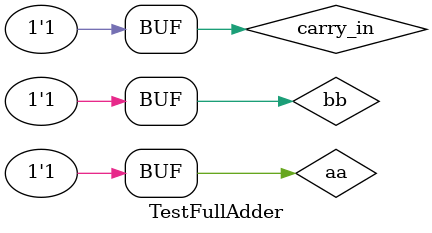
<source format=v>

module TestFullAdder;
	reg aa, bb, carry_in;
	wire carry_out, f_sum;
	FullAdder x(aa, bb, carry_in, carry_out, f_sum);
	initial
		begin
			$monitor("%d aa=%b, bb=%b, carry_in=%b, carry_out=%b, f_sum=%b", $time, aa, bb, carry_in, carry_out, f_sum);
			
			#20
			aa = 1'b0;
			bb = 1'b0;
			carry_in = 1'b0;
			
			#20
			aa = 1'b0;
			bb = 1'b0;
			carry_in = 1'b1;
			
			#20
			aa = 1'b0;
			bb = 1'b1;
			carry_in = 1'b0;
			
			#20
			aa = 1'b0;
			bb = 1'b1;
			carry_in = 1'b1;
			
			#20
			aa = 1'b1;
			bb = 1'b0;
			carry_in = 1'b0;
			
			#20
			aa = 1'b1;
			bb = 1'b0;
			carry_in = 1'b1;
			
			#20
			aa = 1'b1;
			bb = 1'b1;
			carry_in = 1'b0;
			
			#20
			aa = 1'b1;
			bb = 1'b1;
			carry_in = 1'b1;
		end
endmodule
</source>
